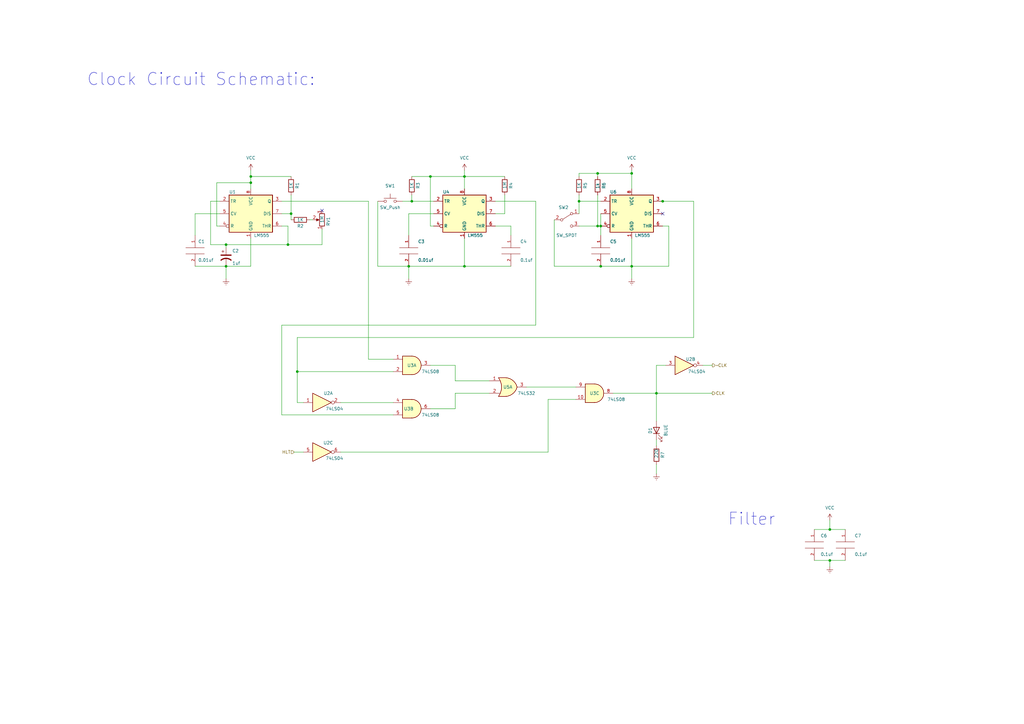
<source format=kicad_sch>
(kicad_sch (version 20211123) (generator eeschema)
  (paper "A3")
  (lib_symbols
    (symbol "74xx:74LS04"
      (property "Reference" "U" (at 0 1.27 0))
      (property "Value" "74LS04" (at 0 -1.27 0))
      (symbol "74LS04_1_0"
        (polyline (pts (xy -3.81 3.81) (xy -3.81 -3.81) (xy 3.81 0) (xy -3.81 3.81)) (stroke (width 0.254)) (fill (type background)))
        (pin input line (at -7.62 0 0) (length 3.81) (name "~") (number "1"))
        (pin output inverted (at 7.62 0 180) (length 3.81) (name "~") (number "2"))
      )
      (symbol "74LS04_2_0"
        (polyline (pts (xy -3.81 3.81) (xy -3.81 -3.81) (xy 3.81 0) (xy -3.81 3.81)) (stroke (width 0.254)) (fill (type background)))
        (pin input line (at -7.62 0 0) (length 3.81) (name "~") (number "3"))
        (pin output inverted (at 7.62 0 180) (length 3.81) (name "~") (number "4"))
      )
      (symbol "74LS04_3_0"
        (polyline (pts (xy -3.81 3.81) (xy -3.81 -3.81) (xy 3.81 0) (xy -3.81 3.81)) (stroke (width 0.254)) (fill (type background)))
        (pin input line (at -7.62 0 0) (length 3.81) (name "~") (number "5"))
        (pin output inverted (at 7.62 0 180) (length 3.81) (name "~") (number "6"))
      )
      (symbol "74LS04_4_0"
        (polyline (pts (xy -3.81 3.81) (xy -3.81 -3.81) (xy 3.81 0) (xy -3.81 3.81)) (stroke (width 0.254)) (fill (type background)))
        (pin output inverted (at 7.62 0 180) (length 3.81) (name "~") (number "8"))
        (pin input line (at -7.62 0 0) (length 3.81) (name "~") (number "9"))
      )
      (symbol "74LS04_5_0"
        (polyline (pts (xy -3.81 3.81) (xy -3.81 -3.81) (xy 3.81 0) (xy -3.81 3.81)) (stroke (width 0.254)) (fill (type background)))
        (pin output inverted (at 7.62 0 180) (length 3.81) (name "~") (number "10"))
        (pin input line (at -7.62 0 0) (length 3.81) (name "~") (number "11"))
      )
      (symbol "74LS04_6_0"
        (polyline (pts (xy -3.81 3.81) (xy -3.81 -3.81) (xy 3.81 0) (xy -3.81 3.81)) (stroke (width 0.254)) (fill (type background)))
        (pin output inverted (at 7.62 0 180) (length 3.81) (name "~") (number "12"))
        (pin input line (at -7.62 0 0) (length 3.81) (name "~") (number "13"))
      )
      (symbol "74LS04_7_0"
        (pin power_in line (at 0 12.7 270) (length 5.08) (name "VCC") (number "14"))
        (pin power_in line (at 0 -12.7 90) (length 5.08) (name "GND") (number "7"))
      )
      (symbol "74LS04_7_1"
        (rectangle (start -5.08 7.62) (end 5.08 -7.62) (stroke (width 0.254)) (fill (type background)))
      )
    )
    (symbol "74xx:74LS08" (pin_names (offset 1.016))
      (property "Reference" "U" (at 0 1.27 0))
      (property "Value" "74LS08" (at 0 -1.27 0))
      (symbol "74LS08_1_1"
        (arc (start 0 -3.81) (mid 3.81 0) (end 0 3.81) (stroke (width 0.254)) (fill (type background)))
        (polyline (pts (xy 0 3.81) (xy -3.81 3.81) (xy -3.81 -3.81) (xy 0 -3.81)) (stroke (width 0.254)) (fill (type background)))
        (pin input line (at -7.62 2.54 0) (length 3.81) (name "~") (number "1"))
        (pin input line (at -7.62 -2.54 0) (length 3.81) (name "~") (number "2"))
        (pin output line (at 7.62 0 180) (length 3.81) (name "~") (number "3"))
      )
      (symbol "74LS08_1_2"
        (arc (start -3.81 -3.81) (mid -2.589 0) (end -3.81 3.81) (stroke (width 0.254)))
        (arc (start -0.6096 -3.81) (mid 2.1842 -2.5851) (end 3.81 0) (stroke (width 0.254)) (fill (type background)))
        (polyline (pts (xy -3.81 -3.81) (xy -0.635 -3.81)) (stroke (width 0.254)) (fill (type background)))
        (polyline (pts (xy -3.81 3.81) (xy -0.635 3.81)) (stroke (width 0.254)) (fill (type background)))
        (polyline (pts (xy -0.635 3.81) (xy -3.81 3.81) (xy -3.81 3.81) (xy -3.556 3.4036) (xy -3.0226 2.2606) (xy -2.6924 1.0414) (xy -2.6162 -0.254) (xy -2.7686 -1.4986) (xy -3.175 -2.7178) (xy -3.81 -3.81) (xy -3.81 -3.81) (xy -0.635 -3.81)) (stroke (width -25.4)) (fill (type background)))
        (arc (start 3.81 0) (mid 2.1915 2.5936) (end -0.6096 3.81) (stroke (width 0.254)) (fill (type background)))
        (pin input inverted (at -7.62 2.54 0) (length 4.318) (name "~") (number "1"))
        (pin input inverted (at -7.62 -2.54 0) (length 4.318) (name "~") (number "2"))
        (pin output inverted (at 7.62 0 180) (length 3.81) (name "~") (number "3"))
      )
      (symbol "74LS08_2_1"
        (arc (start 0 -3.81) (mid 3.81 0) (end 0 3.81) (stroke (width 0.254)) (fill (type background)))
        (polyline (pts (xy 0 3.81) (xy -3.81 3.81) (xy -3.81 -3.81) (xy 0 -3.81)) (stroke (width 0.254)) (fill (type background)))
        (pin input line (at -7.62 2.54 0) (length 3.81) (name "~") (number "4"))
        (pin input line (at -7.62 -2.54 0) (length 3.81) (name "~") (number "5"))
        (pin output line (at 7.62 0 180) (length 3.81) (name "~") (number "6"))
      )
      (symbol "74LS08_2_2"
        (arc (start -3.81 -3.81) (mid -2.589 0) (end -3.81 3.81) (stroke (width 0.254)))
        (arc (start -0.6096 -3.81) (mid 2.1842 -2.5851) (end 3.81 0) (stroke (width 0.254)) (fill (type background)))
        (polyline (pts (xy -3.81 -3.81) (xy -0.635 -3.81)) (stroke (width 0.254)) (fill (type background)))
        (polyline (pts (xy -3.81 3.81) (xy -0.635 3.81)) (stroke (width 0.254)) (fill (type background)))
        (polyline (pts (xy -0.635 3.81) (xy -3.81 3.81) (xy -3.81 3.81) (xy -3.556 3.4036) (xy -3.0226 2.2606) (xy -2.6924 1.0414) (xy -2.6162 -0.254) (xy -2.7686 -1.4986) (xy -3.175 -2.7178) (xy -3.81 -3.81) (xy -3.81 -3.81) (xy -0.635 -3.81)) (stroke (width -25.4)) (fill (type background)))
        (arc (start 3.81 0) (mid 2.1915 2.5936) (end -0.6096 3.81) (stroke (width 0.254)) (fill (type background)))
        (pin input inverted (at -7.62 2.54 0) (length 4.318) (name "~") (number "4"))
        (pin input inverted (at -7.62 -2.54 0) (length 4.318) (name "~") (number "5"))
        (pin output inverted (at 7.62 0 180) (length 3.81) (name "~") (number "6"))
      )
      (symbol "74LS08_3_1"
        (arc (start 0 -3.81) (mid 3.81 0) (end 0 3.81) (stroke (width 0.254)) (fill (type background)))
        (polyline (pts (xy 0 3.81) (xy -3.81 3.81) (xy -3.81 -3.81) (xy 0 -3.81)) (stroke (width 0.254)) (fill (type background)))
        (pin input line (at -7.62 -2.54 0) (length 3.81) (name "~") (number "10"))
        (pin output line (at 7.62 0 180) (length 3.81) (name "~") (number "8"))
        (pin input line (at -7.62 2.54 0) (length 3.81) (name "~") (number "9"))
      )
      (symbol "74LS08_3_2"
        (arc (start -3.81 -3.81) (mid -2.589 0) (end -3.81 3.81) (stroke (width 0.254)))
        (arc (start -0.6096 -3.81) (mid 2.1842 -2.5851) (end 3.81 0) (stroke (width 0.254)) (fill (type background)))
        (polyline (pts (xy -3.81 -3.81) (xy -0.635 -3.81)) (stroke (width 0.254)) (fill (type background)))
        (polyline (pts (xy -3.81 3.81) (xy -0.635 3.81)) (stroke (width 0.254)) (fill (type background)))
        (polyline (pts (xy -0.635 3.81) (xy -3.81 3.81) (xy -3.81 3.81) (xy -3.556 3.4036) (xy -3.0226 2.2606) (xy -2.6924 1.0414) (xy -2.6162 -0.254) (xy -2.7686 -1.4986) (xy -3.175 -2.7178) (xy -3.81 -3.81) (xy -3.81 -3.81) (xy -0.635 -3.81)) (stroke (width -25.4)) (fill (type background)))
        (arc (start 3.81 0) (mid 2.1915 2.5936) (end -0.6096 3.81) (stroke (width 0.254)) (fill (type background)))
        (pin input inverted (at -7.62 -2.54 0) (length 4.318) (name "~") (number "10"))
        (pin output inverted (at 7.62 0 180) (length 3.81) (name "~") (number "8"))
        (pin input inverted (at -7.62 2.54 0) (length 4.318) (name "~") (number "9"))
      )
      (symbol "74LS08_4_1"
        (arc (start 0 -3.81) (mid 3.81 0) (end 0 3.81) (stroke (width 0.254)) (fill (type background)))
        (polyline (pts (xy 0 3.81) (xy -3.81 3.81) (xy -3.81 -3.81) (xy 0 -3.81)) (stroke (width 0.254)) (fill (type background)))
        (pin output line (at 7.62 0 180) (length 3.81) (name "~") (number "11"))
        (pin input line (at -7.62 2.54 0) (length 3.81) (name "~") (number "12"))
        (pin input line (at -7.62 -2.54 0) (length 3.81) (name "~") (number "13"))
      )
      (symbol "74LS08_4_2"
        (arc (start -3.81 -3.81) (mid -2.589 0) (end -3.81 3.81) (stroke (width 0.254)))
        (arc (start -0.6096 -3.81) (mid 2.1842 -2.5851) (end 3.81 0) (stroke (width 0.254)) (fill (type background)))
        (polyline (pts (xy -3.81 -3.81) (xy -0.635 -3.81)) (stroke (width 0.254)) (fill (type background)))
        (polyline (pts (xy -3.81 3.81) (xy -0.635 3.81)) (stroke (width 0.254)) (fill (type background)))
        (polyline (pts (xy -0.635 3.81) (xy -3.81 3.81) (xy -3.81 3.81) (xy -3.556 3.4036) (xy -3.0226 2.2606) (xy -2.6924 1.0414) (xy -2.6162 -0.254) (xy -2.7686 -1.4986) (xy -3.175 -2.7178) (xy -3.81 -3.81) (xy -3.81 -3.81) (xy -0.635 -3.81)) (stroke (width -25.4)) (fill (type background)))
        (arc (start 3.81 0) (mid 2.1915 2.5936) (end -0.6096 3.81) (stroke (width 0.254)) (fill (type background)))
        (pin output inverted (at 7.62 0 180) (length 3.81) (name "~") (number "11"))
        (pin input inverted (at -7.62 2.54 0) (length 4.318) (name "~") (number "12"))
        (pin input inverted (at -7.62 -2.54 0) (length 4.318) (name "~") (number "13"))
      )
      (symbol "74LS08_5_0"
        (pin power_in line (at 0 12.7 270) (length 5.08) (name "VCC") (number "14"))
        (pin power_in line (at 0 -12.7 90) (length 5.08) (name "GND") (number "7"))
      )
      (symbol "74LS08_5_1"
        (rectangle (start -5.08 7.62) (end 5.08 -7.62) (stroke (width 0.254)) (fill (type background)))
      )
    )
    (symbol "74xx:74LS32" (pin_names (offset 1.016))
      (property "Reference" "U" (at 0 1.27 0))
      (property "Value" "74LS32" (at 0 -1.27 0))
      (symbol "74LS32_1_1"
        (arc (start -3.81 -3.81) (mid -2.589 0) (end -3.81 3.81) (stroke (width 0.254)))
        (arc (start -0.6096 -3.81) (mid 2.1842 -2.5851) (end 3.81 0) (stroke (width 0.254)) (fill (type background)))
        (polyline (pts (xy -3.81 -3.81) (xy -0.635 -3.81)) (stroke (width 0.254)) (fill (type background)))
        (polyline (pts (xy -3.81 3.81) (xy -0.635 3.81)) (stroke (width 0.254)) (fill (type background)))
        (polyline (pts (xy -0.635 3.81) (xy -3.81 3.81) (xy -3.81 3.81) (xy -3.556 3.4036) (xy -3.0226 2.2606) (xy -2.6924 1.0414) (xy -2.6162 -0.254) (xy -2.7686 -1.4986) (xy -3.175 -2.7178) (xy -3.81 -3.81) (xy -3.81 -3.81) (xy -0.635 -3.81)) (stroke (width -25.4)) (fill (type background)))
        (arc (start 3.81 0) (mid 2.1915 2.5936) (end -0.6096 3.81) (stroke (width 0.254)) (fill (type background)))
        (pin input line (at -7.62 2.54 0) (length 4.318) (name "~") (number "1"))
        (pin input line (at -7.62 -2.54 0) (length 4.318) (name "~") (number "2"))
        (pin output line (at 7.62 0 180) (length 3.81) (name "~") (number "3"))
      )
      (symbol "74LS32_1_2"
        (arc (start 0 -3.81) (mid 3.81 0) (end 0 3.81) (stroke (width 0.254)) (fill (type background)))
        (polyline (pts (xy 0 3.81) (xy -3.81 3.81) (xy -3.81 -3.81) (xy 0 -3.81)) (stroke (width 0.254)) (fill (type background)))
        (pin input inverted (at -7.62 2.54 0) (length 3.81) (name "~") (number "1"))
        (pin input inverted (at -7.62 -2.54 0) (length 3.81) (name "~") (number "2"))
        (pin output inverted (at 7.62 0 180) (length 3.81) (name "~") (number "3"))
      )
      (symbol "74LS32_2_1"
        (arc (start -3.81 -3.81) (mid -2.589 0) (end -3.81 3.81) (stroke (width 0.254)))
        (arc (start -0.6096 -3.81) (mid 2.1842 -2.5851) (end 3.81 0) (stroke (width 0.254)) (fill (type background)))
        (polyline (pts (xy -3.81 -3.81) (xy -0.635 -3.81)) (stroke (width 0.254)) (fill (type background)))
        (polyline (pts (xy -3.81 3.81) (xy -0.635 3.81)) (stroke (width 0.254)) (fill (type background)))
        (polyline (pts (xy -0.635 3.81) (xy -3.81 3.81) (xy -3.81 3.81) (xy -3.556 3.4036) (xy -3.0226 2.2606) (xy -2.6924 1.0414) (xy -2.6162 -0.254) (xy -2.7686 -1.4986) (xy -3.175 -2.7178) (xy -3.81 -3.81) (xy -3.81 -3.81) (xy -0.635 -3.81)) (stroke (width -25.4)) (fill (type background)))
        (arc (start 3.81 0) (mid 2.1915 2.5936) (end -0.6096 3.81) (stroke (width 0.254)) (fill (type background)))
        (pin input line (at -7.62 2.54 0) (length 4.318) (name "~") (number "4"))
        (pin input line (at -7.62 -2.54 0) (length 4.318) (name "~") (number "5"))
        (pin output line (at 7.62 0 180) (length 3.81) (name "~") (number "6"))
      )
      (symbol "74LS32_2_2"
        (arc (start 0 -3.81) (mid 3.81 0) (end 0 3.81) (stroke (width 0.254)) (fill (type background)))
        (polyline (pts (xy 0 3.81) (xy -3.81 3.81) (xy -3.81 -3.81) (xy 0 -3.81)) (stroke (width 0.254)) (fill (type background)))
        (pin input inverted (at -7.62 2.54 0) (length 3.81) (name "~") (number "4"))
        (pin input inverted (at -7.62 -2.54 0) (length 3.81) (name "~") (number "5"))
        (pin output inverted (at 7.62 0 180) (length 3.81) (name "~") (number "6"))
      )
      (symbol "74LS32_3_1"
        (arc (start -3.81 -3.81) (mid -2.589 0) (end -3.81 3.81) (stroke (width 0.254)))
        (arc (start -0.6096 -3.81) (mid 2.1842 -2.5851) (end 3.81 0) (stroke (width 0.254)) (fill (type background)))
        (polyline (pts (xy -3.81 -3.81) (xy -0.635 -3.81)) (stroke (width 0.254)) (fill (type background)))
        (polyline (pts (xy -3.81 3.81) (xy -0.635 3.81)) (stroke (width 0.254)) (fill (type background)))
        (polyline (pts (xy -0.635 3.81) (xy -3.81 3.81) (xy -3.81 3.81) (xy -3.556 3.4036) (xy -3.0226 2.2606) (xy -2.6924 1.0414) (xy -2.6162 -0.254) (xy -2.7686 -1.4986) (xy -3.175 -2.7178) (xy -3.81 -3.81) (xy -3.81 -3.81) (xy -0.635 -3.81)) (stroke (width -25.4)) (fill (type background)))
        (arc (start 3.81 0) (mid 2.1915 2.5936) (end -0.6096 3.81) (stroke (width 0.254)) (fill (type background)))
        (pin input line (at -7.62 -2.54 0) (length 4.318) (name "~") (number "10"))
        (pin output line (at 7.62 0 180) (length 3.81) (name "~") (number "8"))
        (pin input line (at -7.62 2.54 0) (length 4.318) (name "~") (number "9"))
      )
      (symbol "74LS32_3_2"
        (arc (start 0 -3.81) (mid 3.81 0) (end 0 3.81) (stroke (width 0.254)) (fill (type background)))
        (polyline (pts (xy 0 3.81) (xy -3.81 3.81) (xy -3.81 -3.81) (xy 0 -3.81)) (stroke (width 0.254)) (fill (type background)))
        (pin input inverted (at -7.62 -2.54 0) (length 3.81) (name "~") (number "10"))
        (pin output inverted (at 7.62 0 180) (length 3.81) (name "~") (number "8"))
        (pin input inverted (at -7.62 2.54 0) (length 3.81) (name "~") (number "9"))
      )
      (symbol "74LS32_4_1"
        (arc (start -3.81 -3.81) (mid -2.589 0) (end -3.81 3.81) (stroke (width 0.254)))
        (arc (start -0.6096 -3.81) (mid 2.1842 -2.5851) (end 3.81 0) (stroke (width 0.254)) (fill (type background)))
        (polyline (pts (xy -3.81 -3.81) (xy -0.635 -3.81)) (stroke (width 0.254)) (fill (type background)))
        (polyline (pts (xy -3.81 3.81) (xy -0.635 3.81)) (stroke (width 0.254)) (fill (type background)))
        (polyline (pts (xy -0.635 3.81) (xy -3.81 3.81) (xy -3.81 3.81) (xy -3.556 3.4036) (xy -3.0226 2.2606) (xy -2.6924 1.0414) (xy -2.6162 -0.254) (xy -2.7686 -1.4986) (xy -3.175 -2.7178) (xy -3.81 -3.81) (xy -3.81 -3.81) (xy -0.635 -3.81)) (stroke (width -25.4)) (fill (type background)))
        (arc (start 3.81 0) (mid 2.1915 2.5936) (end -0.6096 3.81) (stroke (width 0.254)) (fill (type background)))
        (pin output line (at 7.62 0 180) (length 3.81) (name "~") (number "11"))
        (pin input line (at -7.62 2.54 0) (length 4.318) (name "~") (number "12"))
        (pin input line (at -7.62 -2.54 0) (length 4.318) (name "~") (number "13"))
      )
      (symbol "74LS32_4_2"
        (arc (start 0 -3.81) (mid 3.81 0) (end 0 3.81) (stroke (width 0.254)) (fill (type background)))
        (polyline (pts (xy 0 3.81) (xy -3.81 3.81) (xy -3.81 -3.81) (xy 0 -3.81)) (stroke (width 0.254)) (fill (type background)))
        (pin output inverted (at 7.62 0 180) (length 3.81) (name "~") (number "11"))
        (pin input inverted (at -7.62 2.54 0) (length 3.81) (name "~") (number "12"))
        (pin input inverted (at -7.62 -2.54 0) (length 3.81) (name "~") (number "13"))
      )
      (symbol "74LS32_5_0"
        (pin power_in line (at 0 12.7 270) (length 5.08) (name "VCC") (number "14"))
        (pin power_in line (at 0 -12.7 90) (length 5.08) (name "GND") (number "7"))
      )
      (symbol "74LS32_5_1"
        (rectangle (start -5.08 7.62) (end 5.08 -7.62) (stroke (width 0.254)) (fill (type background)))
      )
    )
    (symbol "Device:C_Polarized_US" (pin_numbers hide) (pin_names (offset 0.254) hide)
      (property "Reference" "C" (at 0.635 2.54 0))
      (property "Value" "C_Polarized_US" (at 0.635 -2.54 0))
      (symbol "C_Polarized_US_0_1"
        (polyline (pts (xy -2.032 0.762) (xy 2.032 0.762)) (stroke (width 0.508)))
        (polyline (pts (xy -1.778 2.286) (xy -0.762 2.286)))
        (polyline (pts (xy -1.27 1.778) (xy -1.27 2.794)))
        (arc (start 2.032 -1.27) (mid 0 -0.5572) (end -2.032 -1.27) (stroke (width 0.508)))
      )
      (symbol "C_Polarized_US_1_1"
        (pin passive line (at 0 3.81 270) (length 2.794) (name "~") (number "1"))
        (pin passive line (at 0 -3.81 90) (length 3.302) (name "~") (number "2"))
      )
    )
    (symbol "Device:LED" (pin_numbers hide) (pin_names (offset 1.016) hide)
      (property "Reference" "D" (at 0 2.54 0))
      (property "Value" "LED" (at 0 -2.54 0))
      (symbol "LED_0_1"
        (polyline (pts (xy -1.27 -1.27) (xy -1.27 1.27)) (stroke (width 0.254)))
        (polyline (pts (xy -1.27 0) (xy 1.27 0)))
        (polyline (pts (xy 1.27 -1.27) (xy 1.27 1.27) (xy -1.27 0) (xy 1.27 -1.27)) (stroke (width 0.254)))
        (polyline (pts (xy -3.048 -0.762) (xy -4.572 -2.286) (xy -3.81 -2.286) (xy -4.572 -2.286) (xy -4.572 -1.524)))
        (polyline (pts (xy -1.778 -0.762) (xy -3.302 -2.286) (xy -2.54 -2.286) (xy -3.302 -2.286) (xy -3.302 -1.524)))
      )
      (symbol "LED_1_1"
        (pin passive line (at -3.81 0 0) (length 2.54) (name "K") (number "1"))
        (pin passive line (at 3.81 0 180) (length 2.54) (name "A") (number "2"))
      )
    )
    (symbol "Device:R" (pin_numbers hide) (pin_names (offset 0))
      (property "Reference" "R" (at 2.032 0 90))
      (property "Value" "R" (at 0 0 90))
      (symbol "R_0_1"
        (rectangle (start -1.016 -2.54) (end 1.016 2.54) (stroke (width 0.254)))
      )
      (symbol "R_1_1"
        (pin passive line (at 0 3.81 270) (length 1.27) (name "~") (number "1"))
        (pin passive line (at 0 -3.81 90) (length 1.27) (name "~") (number "2"))
      )
    )
    (symbol "Device:R_Potentiometer" (pin_names (offset 1.016) hide)
      (property "Reference" "RV" (at -4.445 0 90))
      (property "Value" "R_Potentiometer" (at -2.54 0 90))
      (symbol "R_Potentiometer_0_1"
        (polyline (pts (xy 2.54 0) (xy 1.524 0)))
        (polyline (pts (xy 1.143 0) (xy 2.286 0.508) (xy 2.286 -0.508) (xy 1.143 0)) (fill (type outline)))
        (rectangle (start 1.016 2.54) (end -1.016 -2.54) (stroke (width 0.254)))
      )
      (symbol "R_Potentiometer_1_1"
        (pin passive line (at 0 3.81 270) (length 1.27) (name "1") (number "1"))
        (pin passive line (at 3.81 0 180) (length 1.27) (name "2") (number "2"))
        (pin passive line (at 0 -3.81 90) (length 1.27) (name "3") (number "3"))
      )
    )
    (symbol "Switch:SW_Push" (pin_numbers hide) (pin_names (offset 1.016) hide)
      (property "Reference" "SW" (at 1.27 2.54 0))
      (property "Value" "SW_Push" (at 0 -1.524 0))
      (symbol "SW_Push_0_1"
        (circle (center -2.032 0) (radius 0.508))
        (polyline (pts (xy 0 1.27) (xy 0 3.048)))
        (polyline (pts (xy 2.54 1.27) (xy -2.54 1.27)))
        (circle (center 2.032 0) (radius 0.508))
        (pin passive line (at -5.08 0 0) (length 2.54) (name "1") (number "1"))
        (pin passive line (at 5.08 0 180) (length 2.54) (name "2") (number "2"))
      )
    )
    (symbol "Switch:SW_SPDT" (pin_names (offset 0) hide)
      (property "Reference" "SW" (at 0 4.318 0))
      (property "Value" "SW_SPDT" (at 0 -5.08 0))
      (symbol "SW_SPDT_0_0"
        (circle (center -2.032 0) (radius 0.508))
        (circle (center 2.032 -2.54) (radius 0.508))
      )
      (symbol "SW_SPDT_0_1"
        (polyline (pts (xy -1.524 0.254) (xy 1.651 2.286)))
        (circle (center 2.032 2.54) (radius 0.508))
      )
      (symbol "SW_SPDT_1_1"
        (pin passive line (at 5.08 2.54 180) (length 2.54) (name "A") (number "1"))
        (pin passive line (at -5.08 0 0) (length 2.54) (name "B") (number "2"))
        (pin passive line (at 5.08 -2.54 180) (length 2.54) (name "C") (number "3"))
      )
    )
    (symbol "Timer:LM555xN"
      (property "Reference" "U" (at -10.16 8.89 0))
      (property "Value" "LM555xN" (at 2.54 8.89 0))
      (symbol "LM555xN_0_0"
        (pin power_in line (at 0 -10.16 90) (length 2.54) (name "GND") (number "1"))
        (pin power_in line (at 0 10.16 270) (length 2.54) (name "VCC") (number "8"))
      )
      (symbol "LM555xN_0_1"
        (rectangle (start -8.89 -7.62) (end 8.89 7.62) (stroke (width 0.254)) (fill (type background)))
        (rectangle (start -8.89 -7.62) (end 8.89 7.62) (stroke (width 0.254)) (fill (type background)))
      )
      (symbol "LM555xN_1_1"
        (pin input line (at -12.7 5.08 0) (length 3.81) (name "TR") (number "2"))
        (pin output line (at 12.7 5.08 180) (length 3.81) (name "Q") (number "3"))
        (pin input inverted (at -12.7 -5.08 0) (length 3.81) (name "R") (number "4"))
        (pin input line (at -12.7 0 0) (length 3.81) (name "CV") (number "5"))
        (pin input line (at 12.7 -5.08 180) (length 3.81) (name "THR") (number "6"))
        (pin input line (at 12.7 0 180) (length 3.81) (name "DIS") (number "7"))
      )
    )
    (symbol "power:Earth" (power) (pin_names (offset 0))
      (symbol "Earth_0_1"
        (polyline (pts (xy -0.635 -1.905) (xy 0.635 -1.905)))
        (polyline (pts (xy -0.127 -2.54) (xy 0.127 -2.54)))
        (polyline (pts (xy 0 -1.27) (xy 0 0)))
        (polyline (pts (xy 1.27 -1.27) (xy -1.27 -1.27)))
      )
      (symbol "Earth_1_1"
        (pin power_in line (at 0 0 270) (length 0) hide (name "Earth") (number "1"))
      )
    )
    (symbol "power:VCC" (power) (pin_names (offset 0))
      (property "Value" "VCC" (at 0 3.81 0))
      (symbol "VCC_0_1"
        (polyline (pts (xy -0.762 1.27) (xy 0 2.54)))
        (polyline (pts (xy 0 0) (xy 0 2.54)))
        (polyline (pts (xy 0 2.54) (xy 0.762 1.27)))
      )
      (symbol "VCC_1_1"
        (pin power_in line (at 0 0 90) (length 0) hide (name "VCC") (number "1"))
      )
    )
    (symbol "pspice:CAP" (pin_names (offset 0.254))
      (property "Reference" "C" (at 2.54 3.81 90))
      (property "Value" "CAP" (at 2.54 -3.81 90))
      (symbol "CAP_0_1"
        (polyline (pts (xy -3.81 -1.27) (xy 3.81 -1.27)))
        (polyline (pts (xy -3.81 1.27) (xy 3.81 1.27)))
      )
      (symbol "CAP_1_1"
        (pin passive line (at 0 6.35 270) (length 5.08) (name "~") (number "1"))
        (pin passive line (at 0 -6.35 90) (length 5.08) (name "~") (number "2"))
      )
    )
  )
  (junction (at 92.71 100.33))
  (junction (at 271.78 82.55))
  (junction (at 259.08 71.12))
  (junction (at 340.36 217.17))
  (junction (at 259.08 109.22))
  (junction (at 102.87 72.39))
  (junction (at 190.5 72.39))
  (junction (at 340.36 229.87))
  (junction (at 246.38 92.71))
  (junction (at 237.49 82.55))
  (junction (at 168.91 82.55))
  (junction (at 269.24 161.29))
  (junction (at 121.92 152.4))
  (junction (at 245.11 92.71))
  (junction (at 176.53 72.39))
  (junction (at 167.64 109.22))
  (junction (at 246.38 109.22))
  (junction (at 102.87 74.93))
  (junction (at 119.38 87.63))
  (junction (at 190.5 109.22))
  (junction (at 118.11 100.33))
  (junction (at 92.71 109.22))
  (junction (at 245.11 71.12))
  (no_connect (at 271.78 87.63))
  (no_connect (at 132.08 86.36))
  (wire (pts (xy 151.13 82.55) (xy 151.13 147.32)))
  (wire (pts (xy 190.5 109.22) (xy 209.55 109.22)))
  (wire (pts (xy 186.69 149.86) (xy 186.69 156.21)))
  (wire (pts (xy 219.71 82.55) (xy 219.71 133.35)))
  (wire (pts (xy 237.49 71.12) (xy 245.11 71.12)))
  (wire (pts (xy 186.69 161.29) (xy 200.66 161.29)))
  (wire (pts (xy 190.5 97.79) (xy 190.5 109.22)))
  (wire (pts (xy 207.01 72.39) (xy 190.5 72.39)))
  (wire (pts (xy 86.36 82.55) (xy 86.36 100.33)))
  (wire (pts (xy 118.11 100.33) (xy 118.11 92.71)))
  (wire (pts (xy 121.92 138.43) (xy 121.92 152.4)))
  (wire (pts (xy 86.36 100.33) (xy 92.71 100.33)))
  (wire (pts (xy 120.65 185.42) (xy 124.46 185.42)))
  (wire (pts (xy 168.91 80.01) (xy 168.91 82.55)))
  (wire (pts (xy 274.32 92.71) (xy 274.32 109.22)))
  (wire (pts (xy 177.8 87.63) (xy 167.64 87.63)))
  (wire (pts (xy 176.53 167.64) (xy 186.69 167.64)))
  (wire (pts (xy 346.71 217.17) (xy 340.36 217.17)))
  (wire (pts (xy 92.71 109.22) (xy 92.71 114.3)))
  (wire (pts (xy 273.05 149.86) (xy 269.24 149.86)))
  (wire (pts (xy 259.08 69.85) (xy 259.08 71.12)))
  (wire (pts (xy 237.49 80.01) (xy 237.49 82.55)))
  (wire (pts (xy 245.11 71.12) (xy 259.08 71.12)))
  (wire (pts (xy 119.38 87.63) (xy 119.38 80.01)))
  (wire (pts (xy 245.11 72.39) (xy 245.11 71.12)))
  (wire (pts (xy 119.38 87.63) (xy 119.38 90.17)))
  (wire (pts (xy 186.69 167.64) (xy 186.69 161.29)))
  (wire (pts (xy 115.57 170.18) (xy 161.29 170.18)))
  (wire (pts (xy 269.24 161.29) (xy 269.24 172.72)))
  (wire (pts (xy 124.46 165.1) (xy 121.92 165.1)))
  (wire (pts (xy 154.94 109.22) (xy 167.64 109.22)))
  (wire (pts (xy 167.64 109.22) (xy 167.64 114.3)))
  (wire (pts (xy 209.55 92.71) (xy 209.55 96.52)))
  (wire (pts (xy 270.51 82.55) (xy 271.78 82.55)))
  (wire (pts (xy 90.17 92.71) (xy 88.9 92.71)))
  (wire (pts (xy 340.36 217.17) (xy 334.01 217.17)))
  (wire (pts (xy 259.08 109.22) (xy 259.08 114.3)))
  (wire (pts (xy 269.24 149.86) (xy 269.24 161.29)))
  (wire (pts (xy 259.08 71.12) (xy 259.08 77.47)))
  (wire (pts (xy 219.71 133.35) (xy 115.57 133.35)))
  (wire (pts (xy 271.78 92.71) (xy 274.32 92.71)))
  (wire (pts (xy 203.2 82.55) (xy 219.71 82.55)))
  (wire (pts (xy 246.38 92.71) (xy 246.38 96.52)))
  (wire (pts (xy 245.11 92.71) (xy 246.38 92.71)))
  (wire (pts (xy 102.87 74.93) (xy 102.87 77.47)))
  (wire (pts (xy 102.87 97.79) (xy 102.87 109.22)))
  (wire (pts (xy 132.08 93.98) (xy 132.08 100.33)))
  (wire (pts (xy 227.33 109.22) (xy 246.38 109.22)))
  (wire (pts (xy 269.24 190.5) (xy 269.24 194.31)))
  (wire (pts (xy 92.71 100.33) (xy 118.11 100.33)))
  (wire (pts (xy 121.92 165.1) (xy 121.92 152.4)))
  (wire (pts (xy 203.2 87.63) (xy 207.01 87.63)))
  (wire (pts (xy 269.24 161.29) (xy 292.1 161.29)))
  (wire (pts (xy 151.13 147.32) (xy 161.29 147.32)))
  (wire (pts (xy 115.57 133.35) (xy 115.57 170.18)))
  (wire (pts (xy 237.49 92.71) (xy 245.11 92.71)))
  (wire (pts (xy 224.79 163.83) (xy 224.79 185.42)))
  (wire (pts (xy 80.01 109.22) (xy 92.71 109.22)))
  (wire (pts (xy 92.71 100.33) (xy 92.71 101.6)))
  (wire (pts (xy 246.38 109.22) (xy 259.08 109.22)))
  (wire (pts (xy 115.57 87.63) (xy 119.38 87.63)))
  (wire (pts (xy 154.94 82.55) (xy 154.94 109.22)))
  (wire (pts (xy 176.53 72.39) (xy 176.53 92.71)))
  (wire (pts (xy 168.91 82.55) (xy 177.8 82.55)))
  (wire (pts (xy 207.01 87.63) (xy 207.01 80.01)))
  (wire (pts (xy 271.78 82.55) (xy 284.48 82.55)))
  (wire (pts (xy 245.11 80.01) (xy 245.11 92.71)))
  (wire (pts (xy 167.64 109.22) (xy 190.5 109.22)))
  (wire (pts (xy 177.8 92.71) (xy 176.53 92.71)))
  (wire (pts (xy 236.22 163.83) (xy 224.79 163.83)))
  (wire (pts (xy 90.17 87.63) (xy 80.01 87.63)))
  (wire (pts (xy 237.49 87.63) (xy 237.49 82.55)))
  (wire (pts (xy 102.87 69.85) (xy 102.87 72.39)))
  (wire (pts (xy 127 90.17) (xy 128.27 90.17)))
  (wire (pts (xy 139.7 185.42) (xy 224.79 185.42)))
  (wire (pts (xy 246.38 87.63) (xy 246.38 92.71)))
  (wire (pts (xy 292.1 149.86) (xy 288.29 149.86)))
  (wire (pts (xy 284.48 82.55) (xy 284.48 138.43)))
  (wire (pts (xy 215.9 158.75) (xy 236.22 158.75)))
  (wire (pts (xy 167.64 87.63) (xy 167.64 96.52)))
  (wire (pts (xy 251.46 161.29) (xy 269.24 161.29)))
  (wire (pts (xy 190.5 69.85) (xy 190.5 72.39)))
  (wire (pts (xy 102.87 72.39) (xy 102.87 74.93)))
  (wire (pts (xy 80.01 87.63) (xy 80.01 96.52)))
  (wire (pts (xy 119.38 72.39) (xy 102.87 72.39)))
  (wire (pts (xy 203.2 92.71) (xy 209.55 92.71)))
  (wire (pts (xy 340.36 229.87) (xy 346.71 229.87)))
  (wire (pts (xy 88.9 92.71) (xy 88.9 74.93)))
  (wire (pts (xy 186.69 156.21) (xy 200.66 156.21)))
  (wire (pts (xy 190.5 72.39) (xy 190.5 77.47)))
  (wire (pts (xy 334.01 229.87) (xy 340.36 229.87)))
  (wire (pts (xy 115.57 82.55) (xy 151.13 82.55)))
  (wire (pts (xy 237.49 82.55) (xy 246.38 82.55)))
  (wire (pts (xy 176.53 149.86) (xy 186.69 149.86)))
  (wire (pts (xy 340.36 232.41) (xy 340.36 229.87)))
  (wire (pts (xy 284.48 138.43) (xy 121.92 138.43)))
  (wire (pts (xy 227.33 90.17) (xy 227.33 109.22)))
  (wire (pts (xy 102.87 109.22) (xy 92.71 109.22)))
  (wire (pts (xy 139.7 165.1) (xy 161.29 165.1)))
  (wire (pts (xy 118.11 92.71) (xy 115.57 92.71)))
  (wire (pts (xy 90.17 82.55) (xy 86.36 82.55)))
  (wire (pts (xy 259.08 97.79) (xy 259.08 109.22)))
  (wire (pts (xy 274.32 109.22) (xy 259.08 109.22)))
  (wire (pts (xy 121.92 152.4) (xy 161.29 152.4)))
  (wire (pts (xy 132.08 100.33) (xy 118.11 100.33)))
  (wire (pts (xy 269.24 180.34) (xy 269.24 182.88)))
  (wire (pts (xy 237.49 72.39) (xy 237.49 71.12)))
  (wire (pts (xy 176.53 72.39) (xy 190.5 72.39)))
  (wire (pts (xy 165.1 82.55) (xy 168.91 82.55)))
  (wire (pts (xy 168.91 72.39) (xy 176.53 72.39)))
  (wire (pts (xy 340.36 213.36) (xy 340.36 217.17)))
  (wire (pts (xy 88.9 74.93) (xy 102.87 74.93)))
  (text "Filter" (at 298.45 215.9 0) (effects (font (size 5 5)) (justify left bottom)))
  (text "Clock Circuit Schematic:" (at 35.56 35.56 0) (effects (font (size 5 5)) (justify left bottom)))
  (hierarchical_label "HLT" (shape input) (at 120.65 185.42 180))
  (hierarchical_label "CLK" (shape output) (at 292.1 161.29 0))
  (hierarchical_label "~CLK" (shape output) (at 292.1 149.86 0))
  (symbol (lib_id "Switch:SW_SPDT") (at 232.41 90.17 0) (unit 1)
    (property "Reference" "SW2" (at 231.14 85.09 0))
    (property "Value" "SW_SPDT" (at 232.41 96.52 0))
    (property "Footprint" "Button_Switch_THT:SW_CuK_OS102011MA1QN1_SPDT_Angled" (effects hide))
  )
  (symbol (lib_id "Device:R") (at 168.91 76.2 180) (unit 1)
    (property "Reference" "R3" (at 171.45 77.47 90) (effects (justify right)))
    (property "Value" "1K" (at 168.91 77.47 90) (effects (justify right)))
    (property "Footprint" "Resistor_THT:R_Axial_DIN0204_L3.6mm_D1.6mm_P5.08mm_Horizontal" (effects hide))
  )
  (symbol (lib_id "74xx:74LS08") (at 168.91 149.86 0) (unit 1)
    (property "Reference" "U3" (at 168.91 149.86 0))
    (property "Value" "74LS08" (at 176.53 152.4 0))
    (property "Footprint" "Package_DIP:DIP-14_W7.62mm" (effects hide))
    (property "Datasheet" "http://www.ti.com/lit/gpn/sn74LS08" (effects hide))
  )
  (symbol (lib_id "power:Earth") (at 167.64 114.3 0) (unit 1)
    (property "Reference" "#PWR0138" (effects hide))
    (property "Value" "Earth" (effects hide))
  )
  (symbol (lib_id "Device:R") (at 123.19 90.17 90) (unit 1)
    (property "Reference" "R2" (at 123.19 92.71 90))
    (property "Value" "1K" (at 123.19 90.17 90))
    (property "Footprint" "Resistor_THT:R_Axial_DIN0204_L3.6mm_D1.6mm_P5.08mm_Horizontal" (effects hide))
  )
  (symbol (lib_id "pspice:CAP") (at 167.64 102.87 0) (unit 1)
    (property "Reference" "C3" (at 171.45 99.06 0) (effects (justify left)))
    (property "Value" "0.01uf" (at 171.45 106.68 0) (effects (justify left)))
    (property "Footprint" "Capacitor_THT:C_Disc_D5.0mm_W2.5mm_P5.00mm" (effects hide))
  )
  (symbol (lib_id "power:Earth") (at 92.71 114.3 0) (unit 1)
    (property "Reference" "#PWR0136" (effects hide))
    (property "Value" "Earth" (effects hide))
  )
  (symbol (lib_id "power:Earth") (at 340.36 232.41 0) (unit 1)
    (property "Reference" "#PWR011" (effects hide))
    (property "Value" "Earth" (effects hide))
  )
  (symbol (lib_id "pspice:CAP") (at 209.55 102.87 0) (unit 1)
    (property "Reference" "C4" (at 213.36 99.06 0) (effects (justify left)))
    (property "Value" "0.1uf" (at 213.36 106.68 0) (effects (justify left)))
    (property "Footprint" "Capacitor_THT:C_Disc_D5.0mm_W2.5mm_P2.50mm" (effects hide))
  )
  (symbol (lib_id "Timer:LM555xN") (at 190.5 87.63 0) (unit 1)
    (property "Reference" "U4" (at 181.61 78.74 0) (effects (justify left)))
    (property "Value" "LM555" (at 191.77 96.52 0) (effects (justify left)))
    (property "Footprint" "Package_DIP:DIP-8_W7.62mm" (effects hide))
    (property "Datasheet" "http://www.ti.com/lit/ds/symlink/lm555.pdf" (effects hide))
  )
  (symbol (lib_id "Device:R") (at 269.24 186.69 0) (unit 1)
    (property "Reference" "R7" (at 271.78 187.96 90) (effects (justify left)))
    (property "Value" "220" (at 269.24 187.96 90) (effects (justify left)))
    (property "Footprint" "Resistor_THT:R_Axial_DIN0204_L3.6mm_D1.6mm_P5.08mm_Horizontal" (effects hide))
  )
  (symbol (lib_id "Device:R") (at 237.49 76.2 180) (unit 1)
    (property "Reference" "R5" (at 240.03 77.47 90) (effects (justify right)))
    (property "Value" "1K" (at 237.49 77.47 90) (effects (justify right)))
    (property "Footprint" "Resistor_THT:R_Axial_DIN0204_L3.6mm_D1.6mm_P5.08mm_Horizontal" (effects hide))
  )
  (symbol (lib_id "Device:R_Potentiometer") (at 132.08 90.17 180) (unit 1)
    (property "Reference" "RV1" (at 134.62 92.71 90) (effects (justify right)))
    (property "Value" "1M" (at 132.08 91.44 90) (effects (justify right)))
    (property "Footprint" "Potentiometer_THT:Potentiometer_Alps_RK09L_Single_Vertical" (effects hide))
  )
  (symbol (lib_id "pspice:CAP") (at 334.01 223.52 0) (unit 1)
    (property "Reference" "C6" (at 336.55 219.71 0) (effects (justify left)))
    (property "Value" "0.1uf" (at 336.55 227.33 0) (effects (justify left)))
    (property "Footprint" "Capacitor_THT:C_Disc_D5.0mm_W2.5mm_P2.50mm" (effects hide))
  )
  (symbol (lib_id "74xx:74LS04") (at 132.08 185.42 0) (unit 3)
    (property "Reference" "U2" (at 134.62 181.61 0))
    (property "Value" "74LS04" (at 137.16 187.96 0))
    (property "Footprint" "Package_DIP:DIP-14_W7.62mm" (effects hide))
    (property "Datasheet" "http://www.ti.com/lit/gpn/sn74LS04" (effects hide))
  )
  (symbol (lib_id "Switch:SW_Push") (at 160.02 82.55 0) (unit 1)
    (property "Reference" "SW1" (at 160.02 76.2 0))
    (property "Value" "SW_Push" (at 160.02 85.09 0))
    (property "Footprint" "Button_Switch_THT:SW_PUSH_6mm" (effects hide))
  )
  (symbol (lib_id "Device:LED") (at 269.24 176.53 90) (unit 1)
    (property "Reference" "D1" (at 266.7 175.26 0) (effects (justify right)))
    (property "Value" "BLUE" (at 273.05 173.99 0) (effects (justify right)))
    (property "Footprint" "LED_THT:LED_D3.0mm_Horizontal_O3.81mm_Z10.0mm" (effects hide))
  )
  (symbol (lib_id "power:VCC") (at 102.87 69.85 0) (unit 1)
    (property "Reference" "#PWR02" (effects hide))
    (property "Value" "VCC" (at 102.87 64.77 0))
  )
  (symbol (lib_id "power:VCC") (at 190.5 69.85 0) (unit 1)
    (property "Reference" "#PWR04" (effects hide))
    (property "Value" "VCC" (at 190.5 64.77 0))
  )
  (symbol (lib_id "Timer:LM555xN") (at 102.87 87.63 0) (unit 1)
    (property "Reference" "U1" (at 93.98 78.74 0) (effects (justify left)))
    (property "Value" "LM555" (at 104.14 96.52 0) (effects (justify left)))
    (property "Footprint" "Package_DIP:DIP-8_W7.62mm" (effects hide))
    (property "Datasheet" "http://www.ti.com/lit/ds/symlink/lm555.pdf" (effects hide))
  )
  (symbol (lib_id "74xx:74LS04") (at 132.08 165.1 0) (unit 1)
    (property "Reference" "U2" (at 134.62 161.29 0))
    (property "Value" "74LS04" (at 137.16 167.64 0))
    (property "Footprint" "Package_DIP:DIP-14_W7.62mm" (effects hide))
    (property "Datasheet" "http://www.ti.com/lit/gpn/sn74LS04" (effects hide))
  )
  (symbol (lib_id "74xx:74LS08") (at 168.91 167.64 0) (unit 2)
    (property "Reference" "U3" (at 167.64 167.64 0))
    (property "Value" "74LS08" (at 176.53 170.18 0))
    (property "Footprint" "Package_DIP:DIP-14_W7.62mm" (effects hide))
    (property "Datasheet" "http://www.ti.com/lit/gpn/sn74LS08" (effects hide))
  )
  (symbol (lib_id "74xx:74LS04") (at 280.67 149.86 0) (unit 2)
    (property "Reference" "U2" (at 283.21 147.32 0))
    (property "Value" "74LS04" (at 285.75 152.4 0))
    (property "Footprint" "Package_DIP:DIP-14_W7.62mm" (effects hide))
    (property "Datasheet" "http://www.ti.com/lit/gpn/sn74LS04" (effects hide))
  )
  (symbol (lib_id "power:Earth") (at 259.08 114.3 0) (unit 1)
    (property "Reference" "#PWR0137" (effects hide))
    (property "Value" "Earth" (effects hide))
  )
  (symbol (lib_id "74xx:74LS08") (at 243.84 161.29 0) (unit 3)
    (property "Reference" "U3" (at 243.84 161.29 0))
    (property "Value" "74LS08" (at 252.73 163.83 0))
    (property "Footprint" "Package_DIP:DIP-14_W7.62mm" (effects hide))
    (property "Datasheet" "http://www.ti.com/lit/gpn/sn74LS08" (effects hide))
  )
  (symbol (lib_id "pspice:CAP") (at 246.38 102.87 0) (unit 1)
    (property "Reference" "C5" (at 250.19 99.06 0) (effects (justify left)))
    (property "Value" "0.01uf" (at 250.19 106.68 0) (effects (justify left)))
    (property "Footprint" "Capacitor_THT:C_Disc_D5.0mm_W2.5mm_P5.00mm" (effects hide))
  )
  (symbol (lib_id "power:VCC") (at 340.36 213.36 0) (unit 1)
    (property "Reference" "#PWR010" (effects hide))
    (property "Value" "VCC" (at 340.36 208.28 0))
  )
  (symbol (lib_id "Timer:LM555xN") (at 259.08 87.63 0) (unit 1)
    (property "Reference" "U6" (at 250.19 78.74 0) (effects (justify left)))
    (property "Value" "LM555" (at 260.35 96.52 0) (effects (justify left)))
    (property "Footprint" "Package_DIP:DIP-8_W7.62mm" (effects hide))
    (property "Datasheet" "http://www.ti.com/lit/ds/symlink/lm555.pdf" (effects hide))
  )
  (symbol (lib_id "Device:R") (at 207.01 76.2 0) (unit 1)
    (property "Reference" "R4" (at 209.55 77.47 90) (effects (justify left)))
    (property "Value" "1M" (at 207.01 77.47 90) (effects (justify left)))
    (property "Footprint" "Resistor_THT:R_Axial_DIN0204_L3.6mm_D1.6mm_P5.08mm_Horizontal" (effects hide))
  )
  (symbol (lib_id "pspice:CAP") (at 346.71 223.52 0) (unit 1)
    (property "Reference" "C7" (at 350.52 219.71 0) (effects (justify left)))
    (property "Value" "0.1uf" (at 350.52 227.33 0) (effects (justify left)))
    (property "Footprint" "Capacitor_THT:C_Disc_D5.0mm_W2.5mm_P2.50mm" (effects hide))
  )
  (symbol (lib_id "power:VCC") (at 259.08 69.85 0) (unit 1)
    (property "Reference" "#PWR05" (effects hide))
    (property "Value" "VCC" (at 259.08 64.77 0))
  )
  (symbol (lib_id "Device:R") (at 119.38 76.2 0) (unit 1)
    (property "Reference" "R1" (at 121.92 77.47 90) (effects (justify left)))
    (property "Value" "1K" (at 119.38 77.47 90) (effects (justify left)))
    (property "Footprint" "Resistor_THT:R_Axial_DIN0204_L3.6mm_D1.6mm_P5.08mm_Horizontal" (effects hide))
  )
  (symbol (lib_id "pspice:CAP") (at 80.01 102.87 0) (unit 1)
    (property "Reference" "C1" (at 81.28 99.06 0) (effects (justify left)))
    (property "Value" "0.01uf" (at 81.28 106.68 0) (effects (justify left)))
    (property "Footprint" "Capacitor_THT:C_Disc_D5.0mm_W2.5mm_P5.00mm" (effects hide))
  )
  (symbol (lib_id "Device:R") (at 245.11 76.2 0) (unit 1)
    (property "Reference" "R6" (at 247.65 77.47 90) (effects (justify left)))
    (property "Value" "1k" (at 245.11 77.47 90) (effects (justify left)))
    (property "Footprint" "Resistor_THT:R_Axial_DIN0204_L3.6mm_D1.6mm_P5.08mm_Horizontal" (effects hide))
  )
  (symbol (lib_id "power:Earth") (at 269.24 194.31 0) (unit 1)
    (property "Reference" "#PWR0135" (effects hide))
    (property "Value" "Earth" (effects hide))
  )
  (symbol (lib_id "Device:C_Polarized_US") (at 92.71 105.41 0) (unit 1)
    (property "Reference" "C2" (at 95.25 102.87 0) (effects (justify left)))
    (property "Value" "1uf" (at 95.25 107.95 0) (effects (justify left)))
    (property "Footprint" "Capacitor_THT:C_Radial_D5.0mm_H5.0mm_P2.00mm" (effects hide))
  )
  (symbol (lib_id "74xx:74LS32") (at 208.28 158.75 0) (unit 1)
    (property "Reference" "U5" (at 208.28 158.75 0))
    (property "Value" "74LS32" (at 215.9 161.29 0))
    (property "Footprint" "Package_DIP:DIP-14_W7.62mm" (effects hide))
    (property "Datasheet" "http://www.ti.com/lit/gpn/sn74LS32" (effects hide))
  )
)
</source>
